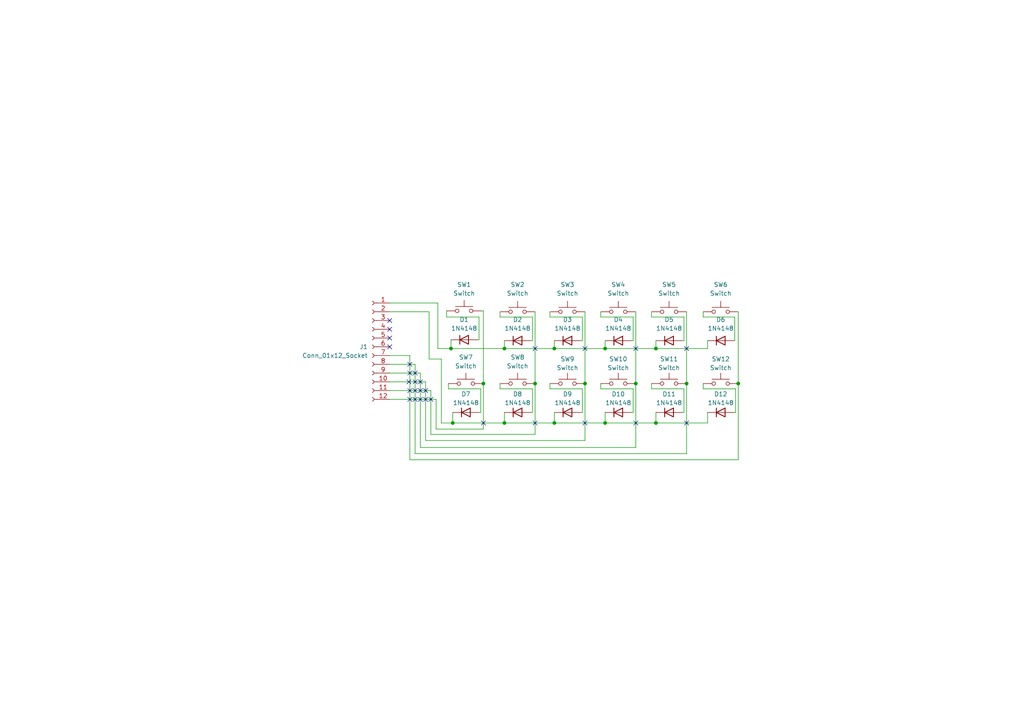
<source format=kicad_sch>
(kicad_sch (version 20231120) (generator "eeschema") (generator_version "8.0")
  (paper "A4")
  (lib_symbols
    (symbol "Connector:Conn_01x12_Socket" (pin_names (offset 1.016) hide)
      (property "Reference" "J" (at 0 15.24 0))
      (property "Value" "Conn_01x12_Socket" (at 0 -17.78 0))
      (symbol "Conn_01x12_Socket_1_1"
        (arc (start 0 -14.732) (mid -0.5058 -15.24) (end 0 -15.748) (stroke (width 0.1524)))
        (arc (start 0 -12.192) (mid -0.5058 -12.7) (end 0 -13.208) (stroke (width 0.1524)))
        (arc (start 0 -9.652) (mid -0.5058 -10.16) (end 0 -10.668) (stroke (width 0.1524)))
        (arc (start 0 -7.112) (mid -0.5058 -7.62) (end 0 -8.128) (stroke (width 0.1524)))
        (arc (start 0 -4.572) (mid -0.5058 -5.08) (end 0 -5.588) (stroke (width 0.1524)))
        (arc (start 0 -2.032) (mid -0.5058 -2.54) (end 0 -3.048) (stroke (width 0.1524)))
        (polyline (pts (xy -1.27 -15.24) (xy -0.508 -15.24)) (stroke (width 0.1524)))
        (polyline (pts (xy -1.27 -12.7) (xy -0.508 -12.7)) (stroke (width 0.1524)))
        (polyline (pts (xy -1.27 -10.16) (xy -0.508 -10.16)) (stroke (width 0.1524)))
        (polyline (pts (xy -1.27 -7.62) (xy -0.508 -7.62)) (stroke (width 0.1524)))
        (polyline (pts (xy -1.27 -5.08) (xy -0.508 -5.08)) (stroke (width 0.1524)))
        (polyline (pts (xy -1.27 -2.54) (xy -0.508 -2.54)) (stroke (width 0.1524)))
        (polyline (pts (xy -1.27 0) (xy -0.508 0)) (stroke (width 0.1524)))
        (polyline (pts (xy -1.27 2.54) (xy -0.508 2.54)) (stroke (width 0.1524)))
        (polyline (pts (xy -1.27 5.08) (xy -0.508 5.08)) (stroke (width 0.1524)))
        (polyline (pts (xy -1.27 7.62) (xy -0.508 7.62)) (stroke (width 0.1524)))
        (polyline (pts (xy -1.27 10.16) (xy -0.508 10.16)) (stroke (width 0.1524)))
        (polyline (pts (xy -1.27 12.7) (xy -0.508 12.7)) (stroke (width 0.1524)))
        (arc (start 0 0.508) (mid -0.5058 0) (end 0 -0.508) (stroke (width 0.1524)))
        (arc (start 0 3.048) (mid -0.5058 2.54) (end 0 2.032) (stroke (width 0.1524)))
        (arc (start 0 5.588) (mid -0.5058 5.08) (end 0 4.572) (stroke (width 0.1524)))
        (arc (start 0 8.128) (mid -0.5058 7.62) (end 0 7.112) (stroke (width 0.1524)))
        (arc (start 0 10.668) (mid -0.5058 10.16) (end 0 9.652) (stroke (width 0.1524)))
        (arc (start 0 13.208) (mid -0.5058 12.7) (end 0 12.192) (stroke (width 0.1524)))
        (pin passive line (at -5.08 12.7 0) (length 3.81) (name "Pin_1") (number "1"))
        (pin passive line (at -5.08 -10.16 0) (length 3.81) (name "Pin_10") (number "10"))
        (pin passive line (at -5.08 -12.7 0) (length 3.81) (name "Pin_11") (number "11"))
        (pin passive line (at -5.08 -15.24 0) (length 3.81) (name "Pin_12") (number "12"))
        (pin passive line (at -5.08 10.16 0) (length 3.81) (name "Pin_2") (number "2"))
        (pin passive line (at -5.08 7.62 0) (length 3.81) (name "Pin_3") (number "3"))
        (pin passive line (at -5.08 5.08 0) (length 3.81) (name "Pin_4") (number "4"))
        (pin passive line (at -5.08 2.54 0) (length 3.81) (name "Pin_5") (number "5"))
        (pin passive line (at -5.08 0 0) (length 3.81) (name "Pin_6") (number "6"))
        (pin passive line (at -5.08 -2.54 0) (length 3.81) (name "Pin_7") (number "7"))
        (pin passive line (at -5.08 -5.08 0) (length 3.81) (name "Pin_8") (number "8"))
        (pin passive line (at -5.08 -7.62 0) (length 3.81) (name "Pin_9") (number "9"))
      )
    )
    (symbol "Diode:1N4148" (pin_numbers hide) (pin_names hide)
      (property "Reference" "D" (at 0 2.54 0))
      (property "Value" "1N4148" (at 0 -2.54 0))
      (symbol "1N4148_0_1"
        (polyline (pts (xy -1.27 1.27) (xy -1.27 -1.27)) (stroke (width 0.254)))
        (polyline (pts (xy 1.27 0) (xy -1.27 0)))
        (polyline (pts (xy 1.27 1.27) (xy 1.27 -1.27) (xy -1.27 0) (xy 1.27 1.27)) (stroke (width 0.254)))
      )
      (symbol "1N4148_1_1"
        (pin passive line (at -3.81 0 0) (length 2.54) (name "K") (number "1"))
        (pin passive line (at 3.81 0 180) (length 2.54) (name "A") (number "2"))
      )
    )
    (symbol "ScottoKeebs:Placeholder_Switch" (pin_numbers hide) (pin_names (offset 1.016) hide)
      (property "Reference" "SW" (at 1.27 2.54 0))
      (property "Value" "Switch" (at 0 -1.524 0))
      (symbol "Placeholder_Switch_0_1"
        (circle (center -2.032 0) (radius 0.508))
        (polyline (pts (xy 0 1.27) (xy 0 3.048)))
        (polyline (pts (xy 2.54 1.27) (xy -2.54 1.27)))
        (circle (center 2.032 0) (radius 0.508))
        (pin passive line (at -5.08 0 0) (length 2.54) (name "1") (number "1"))
        (pin passive line (at 5.08 0 180) (length 2.54) (name "2") (number "2"))
      )
    )
  )
  (junction (at 214.122 111.252))
  (junction (at 146.304 122.682))
  (junction (at 160.782 101.092))
  (junction (at 175.514 101.092))
  (junction (at 140.208 111.252))
  (junction (at 190.246 122.682))
  (junction (at 160.782 122.682))
  (junction (at 175.514 122.682))
  (junction (at 199.136 111.252))
  (junction (at 190.246 101.092))
  (junction (at 169.672 111.252))
  (junction (at 146.304 101.092))
  (junction (at 130.81 101.092))
  (junction (at 155.194 111.252))
  (junction (at 184.404 111.252))
  (junction (at 131.318 122.682))
  (no_connect (at 121.92 113.284))
  (no_connect (at 121.92 110.744))
  (no_connect (at 120.396 115.824))
  (no_connect (at 118.872 115.824))
  (no_connect (at 184.404 122.682))
  (no_connect (at 140.208 122.682))
  (no_connect (at 118.872 113.284))
  (no_connect (at 113.03 100.584))
  (no_connect (at 118.618 110.744))
  (no_connect (at 120.396 108.204))
  (no_connect (at 121.92 115.824))
  (no_connect (at 113.03 95.504))
  (no_connect (at 184.404 101.092))
  (no_connect (at 120.396 113.284))
  (no_connect (at 169.672 101.092))
  (no_connect (at 169.672 122.682))
  (no_connect (at 118.872 108.204))
  (no_connect (at 118.872 105.664))
  (no_connect (at 199.136 101.092))
  (no_connect (at 199.136 122.682))
  (no_connect (at 113.03 98.044))
  (no_connect (at 124.968 115.824))
  (no_connect (at 123.444 115.824))
  (no_connect (at 155.194 101.092))
  (no_connect (at 120.396 110.744))
  (no_connect (at 113.03 92.964))
  (no_connect (at 155.194 122.682))
  (no_connect (at 123.444 113.284))
  (wire (pts (xy 159.512 111.252) (xy 159.512 112.776)))
  (wire (pts (xy 184.404 111.252) (xy 184.404 129.794)))
  (wire (pts (xy 113.03 110.744) (xy 123.444 110.744)))
  (wire (pts (xy 139.446 112.776) (xy 139.446 119.634)))
  (wire (pts (xy 154.432 98.806) (xy 153.924 98.806)))
  (wire (pts (xy 145.034 90.424) (xy 145.034 91.948)))
  (wire (pts (xy 138.938 98.552) (xy 138.43 98.552)))
  (wire (pts (xy 169.672 90.424) (xy 169.672 111.252)))
  (wire (pts (xy 175.514 101.092) (xy 160.782 101.092)))
  (wire (pts (xy 214.122 133.35) (xy 118.872 133.35)))
  (wire (pts (xy 128.016 122.682) (xy 128.016 104.14)))
  (wire (pts (xy 130.81 98.552) (xy 130.81 101.092)))
  (wire (pts (xy 197.866 119.634) (xy 198.374 119.634)))
  (wire (pts (xy 214.122 90.424) (xy 214.122 111.252)))
  (wire (pts (xy 118.872 103.124) (xy 118.872 133.35)))
  (wire (pts (xy 124.46 90.424) (xy 124.46 104.14)))
  (wire (pts (xy 203.962 111.252) (xy 203.962 112.776)))
  (wire (pts (xy 205.232 119.634) (xy 205.232 122.682)))
  (wire (pts (xy 140.208 90.17) (xy 140.208 111.252)))
  (wire (pts (xy 159.512 91.948) (xy 168.91 91.948)))
  (wire (pts (xy 205.232 101.092) (xy 190.246 101.092)))
  (wire (pts (xy 175.514 98.806) (xy 175.514 101.092)))
  (wire (pts (xy 184.404 129.794) (xy 121.92 129.794)))
  (wire (pts (xy 199.136 131.572) (xy 120.396 131.572)))
  (wire (pts (xy 126.492 115.824) (xy 126.492 124.46)))
  (wire (pts (xy 160.782 101.092) (xy 146.304 101.092)))
  (wire (pts (xy 169.672 127.762) (xy 123.444 127.762)))
  (wire (pts (xy 213.106 98.806) (xy 212.852 98.806)))
  (wire (pts (xy 160.782 122.682) (xy 146.304 122.682)))
  (wire (pts (xy 145.034 91.948) (xy 154.432 91.948)))
  (wire (pts (xy 190.246 101.092) (xy 175.514 101.092)))
  (wire (pts (xy 214.122 111.252) (xy 214.122 133.35)))
  (wire (pts (xy 174.244 91.948) (xy 183.642 91.948)))
  (wire (pts (xy 198.374 112.776) (xy 198.374 119.634)))
  (wire (pts (xy 154.432 112.776) (xy 154.432 119.634)))
  (wire (pts (xy 139.446 119.634) (xy 138.938 119.634)))
  (wire (pts (xy 145.034 111.252) (xy 145.034 112.776)))
  (wire (pts (xy 127 101.092) (xy 130.81 101.092)))
  (wire (pts (xy 199.136 111.252) (xy 199.136 131.572)))
  (wire (pts (xy 124.46 90.424) (xy 113.03 90.424)))
  (wire (pts (xy 118.872 103.124) (xy 113.03 103.124)))
  (wire (pts (xy 198.374 98.806) (xy 197.866 98.806)))
  (wire (pts (xy 168.91 98.806) (xy 168.402 98.806)))
  (wire (pts (xy 183.642 91.948) (xy 183.642 98.806)))
  (wire (pts (xy 175.514 122.682) (xy 160.782 122.682)))
  (wire (pts (xy 113.03 113.284) (xy 124.968 113.284)))
  (wire (pts (xy 140.208 124.46) (xy 140.208 111.252)))
  (wire (pts (xy 124.968 125.984) (xy 124.968 113.284)))
  (wire (pts (xy 155.194 90.424) (xy 155.194 111.252)))
  (wire (pts (xy 199.136 90.424) (xy 199.136 111.252)))
  (wire (pts (xy 146.304 122.682) (xy 131.318 122.682)))
  (wire (pts (xy 128.016 104.14) (xy 124.46 104.14)))
  (wire (pts (xy 154.432 91.948) (xy 154.432 98.806)))
  (wire (pts (xy 146.304 98.806) (xy 146.304 101.092)))
  (wire (pts (xy 168.91 91.948) (xy 168.91 98.806)))
  (wire (pts (xy 183.642 98.806) (xy 183.134 98.806)))
  (wire (pts (xy 203.962 91.948) (xy 213.106 91.948)))
  (wire (pts (xy 203.962 112.776) (xy 213.36 112.776)))
  (wire (pts (xy 145.034 112.776) (xy 154.432 112.776)))
  (wire (pts (xy 198.374 91.948) (xy 198.374 98.806)))
  (wire (pts (xy 213.106 91.948) (xy 213.106 98.806)))
  (wire (pts (xy 188.976 111.252) (xy 188.976 112.776)))
  (wire (pts (xy 154.432 119.634) (xy 153.924 119.634)))
  (wire (pts (xy 121.92 108.204) (xy 113.03 108.204)))
  (wire (pts (xy 190.246 98.806) (xy 190.246 101.092)))
  (wire (pts (xy 131.318 119.634) (xy 131.318 122.682)))
  (wire (pts (xy 174.244 111.252) (xy 174.244 112.776)))
  (wire (pts (xy 160.782 119.634) (xy 160.782 122.682)))
  (wire (pts (xy 138.938 91.948) (xy 138.938 98.552)))
  (wire (pts (xy 130.81 101.092) (xy 146.304 101.092)))
  (wire (pts (xy 159.512 112.776) (xy 168.91 112.776)))
  (wire (pts (xy 121.92 108.204) (xy 121.92 129.794)))
  (wire (pts (xy 190.246 119.634) (xy 190.246 122.682)))
  (wire (pts (xy 120.396 105.664) (xy 113.03 105.664)))
  (wire (pts (xy 129.54 90.17) (xy 129.54 91.948)))
  (wire (pts (xy 123.444 127.762) (xy 123.444 110.744)))
  (wire (pts (xy 168.91 119.634) (xy 168.402 119.634)))
  (wire (pts (xy 168.91 112.776) (xy 168.91 119.634)))
  (wire (pts (xy 174.244 112.776) (xy 183.642 112.776)))
  (wire (pts (xy 113.03 115.824) (xy 126.492 115.824)))
  (wire (pts (xy 146.304 119.634) (xy 146.304 122.682)))
  (wire (pts (xy 113.03 87.884) (xy 127 87.884)))
  (wire (pts (xy 174.244 90.424) (xy 174.244 91.948)))
  (wire (pts (xy 205.232 122.682) (xy 190.246 122.682)))
  (wire (pts (xy 130.048 112.776) (xy 139.446 112.776)))
  (wire (pts (xy 213.36 119.634) (xy 212.852 119.634)))
  (wire (pts (xy 169.672 111.252) (xy 169.672 127.762)))
  (wire (pts (xy 155.194 125.984) (xy 124.968 125.984)))
  (wire (pts (xy 127 101.092) (xy 127 87.884)))
  (wire (pts (xy 188.976 91.948) (xy 198.374 91.948)))
  (wire (pts (xy 188.976 112.776) (xy 198.374 112.776)))
  (wire (pts (xy 205.232 98.806) (xy 205.232 101.092)))
  (wire (pts (xy 184.404 90.424) (xy 184.404 111.252)))
  (wire (pts (xy 155.194 111.252) (xy 155.194 125.984)))
  (wire (pts (xy 175.514 119.634) (xy 175.514 122.682)))
  (wire (pts (xy 203.962 90.424) (xy 203.962 91.948)))
  (wire (pts (xy 159.512 90.424) (xy 159.512 91.948)))
  (wire (pts (xy 183.642 112.776) (xy 183.642 119.634)))
  (wire (pts (xy 131.318 122.682) (xy 128.016 122.682)))
  (wire (pts (xy 126.492 124.46) (xy 140.208 124.46)))
  (wire (pts (xy 139.7 90.17) (xy 140.208 90.17)))
  (wire (pts (xy 213.36 112.776) (xy 213.36 119.634)))
  (wire (pts (xy 183.642 119.634) (xy 183.134 119.634)))
  (wire (pts (xy 120.396 105.664) (xy 120.396 131.572)))
  (wire (pts (xy 130.048 111.252) (xy 130.048 112.776)))
  (wire (pts (xy 160.782 98.806) (xy 160.782 101.092)))
  (wire (pts (xy 188.976 90.424) (xy 188.976 91.948)))
  (wire (pts (xy 190.246 122.682) (xy 175.514 122.682)))
  (wire (pts (xy 129.54 91.948) (xy 138.938 91.948)))
  (symbol (lib_id "ScottoKeebs:Placeholder_Switch") (at 164.592 90.424 0) (unit 1)
    (property "Reference" "SW3" (at 164.592 82.55 0))
    (property "Value" "Switch" (at 164.592 85.09 0))
    (property "Footprint" "ScottoKeebs_Hotswap:Hotswap_MX_1.00u" (effects (hide yes)))
  )
  (symbol (lib_id "Diode:1N4148") (at 209.042 119.634 0) (unit 1)
    (property "Reference" "D12" (at 209.042 114.3 0))
    (property "Value" "1N4148" (at 209.042 116.84 0))
    (property "Footprint" "Diode_THT:D_DO-35_SOD27_P7.62mm_Horizontal" (effects (hide yes)))
    (property "Datasheet" "https://assets.nexperia.com/documents/data-sheet/1N4148_1N4448.pdf" (effects (hide yes)))
    (property "Sim.Device" "D" (effects (hide yes)))
    (property "Sim.Pins" "1=K 2=A" (effects (hide yes)))
  )
  (symbol (lib_id "ScottoKeebs:Placeholder_Switch") (at 209.042 111.252 0) (unit 1)
    (property "Reference" "SW12" (at 209.042 104.14 0))
    (property "Value" "Switch" (at 209.042 106.68 0))
    (property "Footprint" "ScottoKeebs_Hotswap:Hotswap_MX_1.00u" (effects (hide yes)))
  )
  (symbol (lib_id "Diode:1N4148") (at 194.056 98.806 0) (unit 1)
    (property "Reference" "D5" (at 194.056 92.71 0))
    (property "Value" "1N4148" (at 194.056 95.25 0))
    (property "Footprint" "Diode_THT:D_DO-35_SOD27_P7.62mm_Horizontal" (effects (hide yes)))
    (property "Datasheet" "https://assets.nexperia.com/documents/data-sheet/1N4148_1N4448.pdf" (effects (hide yes)))
    (property "Sim.Device" "D" (effects (hide yes)))
    (property "Sim.Pins" "1=K 2=A" (effects (hide yes)))
  )
  (symbol (lib_id "ScottoKeebs:Placeholder_Switch") (at 164.592 111.252 0) (unit 1)
    (property "Reference" "SW9" (at 164.592 104.14 0))
    (property "Value" "Switch" (at 164.592 106.68 0))
    (property "Footprint" "ScottoKeebs_Hotswap:Hotswap_MX_1.00u" (effects (hide yes)))
  )
  (symbol (lib_id "Diode:1N4148") (at 179.324 119.634 0) (unit 1)
    (property "Reference" "D10" (at 179.324 114.3 0))
    (property "Value" "1N4148" (at 179.324 116.84 0))
    (property "Footprint" "Diode_THT:D_DO-35_SOD27_P7.62mm_Horizontal" (effects (hide yes)))
    (property "Datasheet" "https://assets.nexperia.com/documents/data-sheet/1N4148_1N4448.pdf" (effects (hide yes)))
    (property "Sim.Device" "D" (effects (hide yes)))
    (property "Sim.Pins" "1=K 2=A" (effects (hide yes)))
  )
  (symbol (lib_id "ScottoKeebs:Placeholder_Switch") (at 134.62 90.17 0) (unit 1)
    (property "Reference" "SW1" (at 134.62 82.55 0))
    (property "Value" "Switch" (at 134.62 85.09 0))
    (property "Footprint" "ScottoKeebs_Hotswap:Hotswap_MX_1.00u" (effects (hide yes)))
  )
  (symbol (lib_id "Diode:1N4148") (at 135.128 119.634 0) (unit 1)
    (property "Reference" "D7" (at 135.128 114.3 0))
    (property "Value" "1N4148" (at 135.128 116.84 0))
    (property "Footprint" "Diode_THT:D_DO-35_SOD27_P7.62mm_Horizontal" (effects (hide yes)))
    (property "Datasheet" "https://assets.nexperia.com/documents/data-sheet/1N4148_1N4448.pdf" (effects (hide yes)))
    (property "Sim.Device" "D" (effects (hide yes)))
    (property "Sim.Pins" "1=K 2=A" (effects (hide yes)))
  )
  (symbol (lib_id "ScottoKeebs:Placeholder_Switch") (at 150.114 90.424 0) (unit 1)
    (property "Reference" "SW2" (at 150.114 82.55 0))
    (property "Value" "Switch" (at 150.114 85.09 0))
    (property "Footprint" "ScottoKeebs_Hotswap:Hotswap_MX_1.00u" (effects (hide yes)))
  )
  (symbol (lib_id "ScottoKeebs:Placeholder_Switch") (at 194.056 111.252 0) (unit 1)
    (property "Reference" "SW11" (at 194.056 104.14 0))
    (property "Value" "Switch" (at 194.056 106.68 0))
    (property "Footprint" "ScottoKeebs_Hotswap:Hotswap_MX_1.00u" (effects (hide yes)))
  )
  (symbol (lib_id "Diode:1N4148") (at 134.62 98.552 0) (unit 1)
    (property "Reference" "D1" (at 134.62 92.71 0))
    (property "Value" "1N4148" (at 134.62 95.25 0))
    (property "Footprint" "Diode_THT:D_DO-35_SOD27_P7.62mm_Horizontal" (effects (hide yes)))
    (property "Datasheet" "https://assets.nexperia.com/documents/data-sheet/1N4148_1N4448.pdf" (effects (hide yes)))
    (property "Sim.Device" "D" (effects (hide yes)))
    (property "Sim.Pins" "1=K 2=A" (effects (hide yes)))
  )
  (symbol (lib_id "Diode:1N4148") (at 164.592 119.634 0) (unit 1)
    (property "Reference" "D9" (at 164.592 114.3 0))
    (property "Value" "1N4148" (at 164.592 116.84 0))
    (property "Footprint" "Diode_THT:D_DO-35_SOD27_P7.62mm_Horizontal" (effects (hide yes)))
    (property "Datasheet" "https://assets.nexperia.com/documents/data-sheet/1N4148_1N4448.pdf" (effects (hide yes)))
    (property "Sim.Device" "D" (effects (hide yes)))
    (property "Sim.Pins" "1=K 2=A" (effects (hide yes)))
  )
  (symbol (lib_id "Diode:1N4148") (at 150.114 119.634 0) (unit 1)
    (property "Reference" "D8" (at 150.114 114.3 0))
    (property "Value" "1N4148" (at 150.114 116.84 0))
    (property "Footprint" "Diode_THT:D_DO-35_SOD27_P7.62mm_Horizontal" (effects (hide yes)))
    (property "Datasheet" "https://assets.nexperia.com/documents/data-sheet/1N4148_1N4448.pdf" (effects (hide yes)))
    (property "Sim.Device" "D" (effects (hide yes)))
    (property "Sim.Pins" "1=K 2=A" (effects (hide yes)))
  )
  (symbol (lib_id "Connector:Conn_01x12_Socket") (at 107.95 100.584 0) (mirror y) (unit 1)
    (property "Reference" "J1" (at 106.68 100.584 0) (effects (justify left)))
    (property "Value" "Conn_01x12_Socket" (at 106.68 103.124 0) (effects (justify left)))
    (property "Footprint" "Connector_JST:JST_GH_SM12B-GHS-TB_1x12-1MP_P1.25mm_Horizontal" (effects (hide yes)))
  )
  (symbol (lib_id "ScottoKeebs:Placeholder_Switch") (at 209.042 90.424 0) (unit 1)
    (property "Reference" "SW6" (at 209.042 82.55 0))
    (property "Value" "Switch" (at 209.042 85.09 0))
    (property "Footprint" "ScottoKeebs_Hotswap:Hotswap_MX_1.00u" (effects (hide yes)))
  )
  (symbol (lib_id "ScottoKeebs:Placeholder_Switch") (at 179.324 111.252 0) (unit 1)
    (property "Reference" "SW10" (at 179.324 104.14 0))
    (property "Value" "Switch" (at 179.324 106.68 0))
    (property "Footprint" "ScottoKeebs_Hotswap:Hotswap_MX_1.00u" (effects (hide yes)))
  )
  (symbol (lib_id "ScottoKeebs:Placeholder_Switch") (at 135.128 111.252 0) (unit 1)
    (property "Reference" "SW7" (at 135.128 103.632 0))
    (property "Value" "Switch" (at 135.128 106.172 0))
    (property "Footprint" "ScottoKeebs_Hotswap:Hotswap_MX_1.00u" (effects (hide yes)))
  )
  (symbol (lib_id "ScottoKeebs:Placeholder_Switch") (at 194.056 90.424 0) (unit 1)
    (property "Reference" "SW5" (at 194.056 82.55 0))
    (property "Value" "Switch" (at 194.056 85.09 0))
    (property "Footprint" "ScottoKeebs_Hotswap:Hotswap_MX_1.00u" (effects (hide yes)))
  )
  (symbol (lib_id "Diode:1N4148") (at 164.592 98.806 0) (unit 1)
    (property "Reference" "D3" (at 164.592 92.71 0))
    (property "Value" "1N4148" (at 164.592 95.25 0))
    (property "Footprint" "Diode_THT:D_DO-35_SOD27_P7.62mm_Horizontal" (effects (hide yes)))
    (property "Datasheet" "https://assets.nexperia.com/documents/data-sheet/1N4148_1N4448.pdf" (effects (hide yes)))
    (property "Sim.Device" "D" (effects (hide yes)))
    (property "Sim.Pins" "1=K 2=A" (effects (hide yes)))
  )
  (symbol (lib_id "Diode:1N4148") (at 179.324 98.806 0) (unit 1)
    (property "Reference" "D4" (at 179.324 92.71 0))
    (property "Value" "1N4148" (at 179.324 95.25 0))
    (property "Footprint" "Diode_THT:D_DO-35_SOD27_P7.62mm_Horizontal" (effects (hide yes)))
    (property "Datasheet" "https://assets.nexperia.com/documents/data-sheet/1N4148_1N4448.pdf" (effects (hide yes)))
    (property "Sim.Device" "D" (effects (hide yes)))
    (property "Sim.Pins" "1=K 2=A" (effects (hide yes)))
  )
  (symbol (lib_id "ScottoKeebs:Placeholder_Switch") (at 179.324 90.424 0) (unit 1)
    (property "Reference" "SW4" (at 179.324 82.55 0))
    (property "Value" "Switch" (at 179.324 85.09 0))
    (property "Footprint" "ScottoKeebs_Hotswap:Hotswap_MX_1.00u" (effects (hide yes)))
  )
  (symbol (lib_id "Diode:1N4148") (at 209.042 98.806 0) (unit 1)
    (property "Reference" "D6" (at 209.042 92.71 0))
    (property "Value" "1N4148" (at 209.042 95.25 0))
    (property "Footprint" "Diode_THT:D_DO-35_SOD27_P7.62mm_Horizontal" (effects (hide yes)))
    (property "Datasheet" "https://assets.nexperia.com/documents/data-sheet/1N4148_1N4448.pdf" (effects (hide yes)))
    (property "Sim.Device" "D" (effects (hide yes)))
    (property "Sim.Pins" "1=K 2=A" (effects (hide yes)))
  )
  (symbol (lib_id "Diode:1N4148") (at 194.056 119.634 0) (unit 1)
    (property "Reference" "D11" (at 194.056 114.3 0))
    (property "Value" "1N4148" (at 194.056 116.84 0))
    (property "Footprint" "Diode_THT:D_DO-35_SOD27_P7.62mm_Horizontal" (effects (hide yes)))
    (property "Datasheet" "https://assets.nexperia.com/documents/data-sheet/1N4148_1N4448.pdf" (effects (hide yes)))
    (property "Sim.Device" "D" (effects (hide yes)))
    (property "Sim.Pins" "1=K 2=A" (effects (hide yes)))
  )
  (symbol (lib_id "ScottoKeebs:Placeholder_Switch") (at 150.114 111.252 0) (unit 1)
    (property "Reference" "SW8" (at 150.114 103.632 0))
    (property "Value" "Switch" (at 150.114 106.172 0))
    (property "Footprint" "ScottoKeebs_Hotswap:Hotswap_MX_1.00u" (effects (hide yes)))
  )
  (symbol (lib_id "Diode:1N4148") (at 150.114 98.806 0) (unit 1)
    (property "Reference" "D2" (at 150.114 92.71 0))
    (property "Value" "1N4148" (at 150.114 95.25 0))
    (property "Footprint" "Diode_THT:D_DO-35_SOD27_P7.62mm_Horizontal" (effects (hide yes)))
    (property "Datasheet" "https://assets.nexperia.com/documents/data-sheet/1N4148_1N4448.pdf" (effects (hide yes)))
    (property "Sim.Device" "D" (effects (hide yes)))
    (property "Sim.Pins" "1=K 2=A" (effects (hide yes)))
  )
)
</source>
